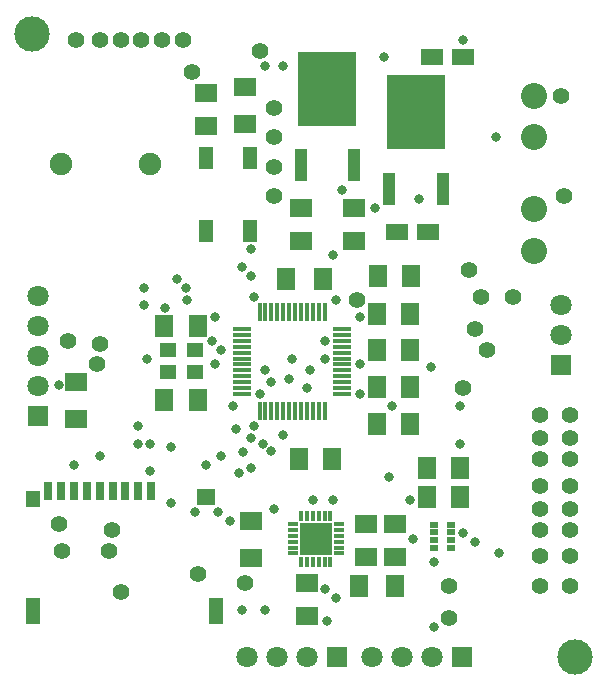
<source format=gts>
G04*
G04 #@! TF.GenerationSoftware,Altium Limited,Altium Designer,24.2.2 (26)*
G04*
G04 Layer_Color=8388736*
%FSLAX44Y44*%
%MOMM*%
G71*
G04*
G04 #@! TF.SameCoordinates,98A400C0-08DE-4AD7-B425-4E8C3969B8A2*
G04*
G04*
G04 #@! TF.FilePolarity,Negative*
G04*
G01*
G75*
%ADD19R,1.9000X1.6000*%
%ADD20R,1.6000X1.4000*%
%ADD21R,1.2000X2.2000*%
%ADD22R,1.2000X1.4000*%
%ADD23R,0.7000X1.6000*%
%ADD29R,1.6000X1.9000*%
%ADD33R,1.9000X1.3300*%
%ADD34R,1.0500X2.7000*%
%ADD35R,5.0000X6.3000*%
%ADD36R,0.4000X1.5500*%
%ADD37R,1.5500X0.4000*%
%ADD38R,1.5032X1.9532*%
%ADD39R,2.8000X2.7000*%
%ADD40R,0.3500X0.9000*%
%ADD41R,0.9000X0.3500*%
%ADD42R,0.7032X0.5532*%
%ADD43R,1.2000X1.9000*%
%ADD44R,1.4000X1.2000*%
%ADD45R,1.9532X1.5032*%
%ADD46C,1.8000*%
%ADD47R,1.8000X1.8000*%
%ADD48C,2.2032*%
%ADD49R,1.8000X1.8000*%
%ADD50C,1.9032*%
%ADD51C,3.0000*%
%ADD52C,0.8032*%
%ADD53C,1.4032*%
D19*
X580000Y690000D02*
D03*
D03*
Y659000D02*
D03*
X432500Y807500D02*
D03*
Y776500D02*
D03*
D03*
X575000Y1057500D02*
D03*
Y1026500D02*
D03*
D03*
D20*
X542000Y710000D02*
D03*
D21*
X551000Y614000D02*
D03*
X396000Y614000D02*
D03*
D22*
Y709000D02*
D03*
D23*
X408000Y715000D02*
D03*
X419000D02*
D03*
X430000D02*
D03*
X441000D02*
D03*
X452000D02*
D03*
X463000D02*
D03*
X474000D02*
D03*
X485000D02*
D03*
X496000D02*
D03*
D29*
X641000Y895000D02*
D03*
X610000D02*
D03*
D03*
X702500Y635000D02*
D03*
X671500D02*
D03*
D03*
D33*
X760000Y1082500D02*
D03*
X733800D02*
D03*
D03*
X730000Y935000D02*
D03*
D03*
X703800D02*
D03*
D34*
X697200Y971000D02*
D03*
X742800D02*
D03*
X622200Y991000D02*
D03*
X667800D02*
D03*
D35*
X720000Y1036000D02*
D03*
X645000Y1056000D02*
D03*
D36*
X587500Y867250D02*
D03*
X592500D02*
D03*
X597500D02*
D03*
X602500D02*
D03*
X607500D02*
D03*
X612500D02*
D03*
X617500D02*
D03*
X622500D02*
D03*
X627500D02*
D03*
X632500D02*
D03*
X637500D02*
D03*
X642500D02*
D03*
Y782750D02*
D03*
X637500D02*
D03*
X632500D02*
D03*
X627500D02*
D03*
X622500D02*
D03*
X617500D02*
D03*
X612500D02*
D03*
X607500D02*
D03*
X602500D02*
D03*
X597500D02*
D03*
X592500D02*
D03*
X587500D02*
D03*
D37*
X657250Y852500D02*
D03*
Y847500D02*
D03*
Y842500D02*
D03*
Y837500D02*
D03*
Y832500D02*
D03*
Y827500D02*
D03*
Y822500D02*
D03*
Y817500D02*
D03*
Y812500D02*
D03*
Y807500D02*
D03*
Y802500D02*
D03*
Y797500D02*
D03*
X572750D02*
D03*
Y802500D02*
D03*
Y807500D02*
D03*
Y812500D02*
D03*
Y817500D02*
D03*
Y822500D02*
D03*
Y827500D02*
D03*
Y832500D02*
D03*
Y837500D02*
D03*
Y842500D02*
D03*
Y847500D02*
D03*
Y852500D02*
D03*
D38*
X649000Y742500D02*
D03*
X621000D02*
D03*
X729500Y710000D02*
D03*
X757500D02*
D03*
X729500Y735000D02*
D03*
X757500D02*
D03*
X507000Y855000D02*
D03*
X535000D02*
D03*
X507000Y792500D02*
D03*
X535000D02*
D03*
X715000Y772500D02*
D03*
X687000D02*
D03*
X715000Y803500D02*
D03*
X687000D02*
D03*
X715000Y834500D02*
D03*
X687000D02*
D03*
X715000Y865500D02*
D03*
X687000D02*
D03*
X715500Y897500D02*
D03*
X687500D02*
D03*
D39*
X635000Y675000D02*
D03*
D40*
X647500Y655500D02*
D03*
X642500D02*
D03*
X637500D02*
D03*
X632500D02*
D03*
X627500D02*
D03*
X622500D02*
D03*
Y694500D02*
D03*
X627500D02*
D03*
X632500D02*
D03*
X637500D02*
D03*
X642500D02*
D03*
X647500D02*
D03*
D41*
X615500Y662500D02*
D03*
Y667500D02*
D03*
Y672500D02*
D03*
Y677500D02*
D03*
Y682500D02*
D03*
Y687500D02*
D03*
X654500D02*
D03*
Y682500D02*
D03*
Y677500D02*
D03*
Y672500D02*
D03*
Y667500D02*
D03*
Y662500D02*
D03*
D42*
X735000Y687000D02*
D03*
Y680500D02*
D03*
Y674000D02*
D03*
Y667500D02*
D03*
X749500Y680500D02*
D03*
Y674000D02*
D03*
Y667500D02*
D03*
Y687000D02*
D03*
D43*
X542500Y997500D02*
D03*
Y935500D02*
D03*
X579500D02*
D03*
Y997500D02*
D03*
D44*
X532655Y815929D02*
D03*
X509655D02*
D03*
X532500Y835000D02*
D03*
X509609Y834837D02*
D03*
D45*
X542500Y1024500D02*
D03*
Y1052500D02*
D03*
X627500Y637500D02*
D03*
Y609500D02*
D03*
X702500Y659500D02*
D03*
Y687500D02*
D03*
X677500Y659500D02*
D03*
Y687500D02*
D03*
X667500Y927000D02*
D03*
Y955000D02*
D03*
X622500Y927000D02*
D03*
Y955000D02*
D03*
D46*
X400000Y880400D02*
D03*
Y855000D02*
D03*
Y804200D02*
D03*
Y829600D02*
D03*
X842500Y847100D02*
D03*
Y872500D02*
D03*
X682500Y575000D02*
D03*
X733300D02*
D03*
X707900D02*
D03*
X576700D02*
D03*
X627500D02*
D03*
X602100D02*
D03*
D47*
X400000Y778800D02*
D03*
X842500Y821700D02*
D03*
D48*
X820000Y1015000D02*
D03*
Y1050000D02*
D03*
Y919000D02*
D03*
Y954000D02*
D03*
D49*
X758700Y575000D02*
D03*
X652900D02*
D03*
D50*
X495000Y992500D02*
D03*
X419000D02*
D03*
D51*
X855000Y575000D02*
D03*
X395000Y1102500D02*
D03*
D52*
X573752Y748288D02*
D03*
X580000Y760000D02*
D03*
X582500Y770000D02*
D03*
X652500Y877500D02*
D03*
X642500Y842500D02*
D03*
X732500Y820000D02*
D03*
X642500Y827500D02*
D03*
X567500Y767500D02*
D03*
X580000Y735000D02*
D03*
X597500Y749080D02*
D03*
X590000Y755000D02*
D03*
X570000Y730920D02*
D03*
X572500Y905000D02*
D03*
X517500Y895000D02*
D03*
X492500Y827500D02*
D03*
X417460Y805000D02*
D03*
X582500Y880000D02*
D03*
X525856Y877500D02*
D03*
X550000Y862500D02*
D03*
X525000Y887500D02*
D03*
X490000D02*
D03*
Y872500D02*
D03*
X787500Y1015000D02*
D03*
X722500Y962500D02*
D03*
X657500Y970000D02*
D03*
X685000Y955000D02*
D03*
X672500Y797500D02*
D03*
X612500Y810000D02*
D03*
X672500Y822500D02*
D03*
X615000Y827500D02*
D03*
X587500Y797500D02*
D03*
X630000Y817500D02*
D03*
X592500D02*
D03*
X430000Y737500D02*
D03*
X597500Y807500D02*
D03*
X452500Y745000D02*
D03*
X495000Y755000D02*
D03*
Y732500D02*
D03*
X645000Y605000D02*
D03*
X652500Y625000D02*
D03*
X512500Y705000D02*
D03*
Y752500D02*
D03*
X565000Y787500D02*
D03*
X580000Y920000D02*
D03*
Y897500D02*
D03*
X550000Y822500D02*
D03*
X555000Y835000D02*
D03*
X507500Y870000D02*
D03*
X547500Y842500D02*
D03*
X552500Y697500D02*
D03*
X532500D02*
D03*
X607500Y762500D02*
D03*
X555000Y745000D02*
D03*
X542500Y737500D02*
D03*
X485000Y770000D02*
D03*
Y755000D02*
D03*
X757500Y787500D02*
D03*
X700000D02*
D03*
X717500Y675000D02*
D03*
X627500Y802500D02*
D03*
X600000Y700000D02*
D03*
X790000Y662500D02*
D03*
X735000Y655000D02*
D03*
X757500Y755000D02*
D03*
X697500Y727500D02*
D03*
X770000Y672500D02*
D03*
X672500Y862500D02*
D03*
X650000Y915000D02*
D03*
X760000Y680000D02*
D03*
X735000Y600000D02*
D03*
X715000Y707500D02*
D03*
X650000D02*
D03*
X592500Y615000D02*
D03*
X572500D02*
D03*
X642500Y632500D02*
D03*
X562500Y690000D02*
D03*
X632500Y707500D02*
D03*
X692500Y1082500D02*
D03*
X760000Y1097500D02*
D03*
X607500Y1075000D02*
D03*
X592500D02*
D03*
D53*
X850000Y660000D02*
D03*
Y682500D02*
D03*
X825000Y635000D02*
D03*
Y700000D02*
D03*
Y682500D02*
D03*
Y742500D02*
D03*
Y720000D02*
D03*
Y660000D02*
D03*
Y780000D02*
D03*
Y760000D02*
D03*
X842500Y1050000D02*
D03*
X845000Y965000D02*
D03*
X670000Y877500D02*
D03*
X780000Y835000D02*
D03*
X770000Y852500D02*
D03*
X765000Y902500D02*
D03*
X775000Y880000D02*
D03*
X802500D02*
D03*
X850000Y635000D02*
D03*
Y700000D02*
D03*
Y720000D02*
D03*
Y742500D02*
D03*
Y760000D02*
D03*
Y780000D02*
D03*
X760000Y802500D02*
D03*
X747500Y607500D02*
D03*
Y635000D02*
D03*
X575000Y637500D02*
D03*
X470000Y630000D02*
D03*
X535000Y645000D02*
D03*
X460000Y665000D02*
D03*
X462500Y682500D02*
D03*
X420000Y665000D02*
D03*
X417500Y687500D02*
D03*
X425000Y842500D02*
D03*
X452500Y840000D02*
D03*
X450000Y822500D02*
D03*
X600000Y965000D02*
D03*
Y990000D02*
D03*
Y1015000D02*
D03*
Y1040000D02*
D03*
X587500Y1087500D02*
D03*
X530000Y1070000D02*
D03*
X522500Y1097500D02*
D03*
X505000D02*
D03*
X487500D02*
D03*
X470000D02*
D03*
X452500D02*
D03*
X432500D02*
D03*
M02*

</source>
